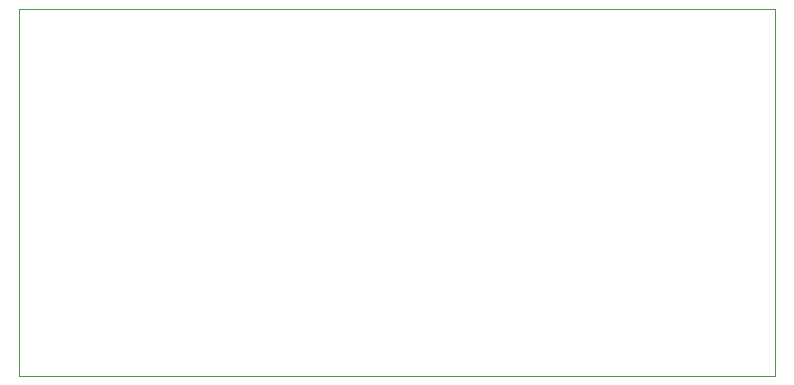
<source format=gbr>
%TF.GenerationSoftware,KiCad,Pcbnew,8.0.6*%
%TF.CreationDate,2024-11-24T22:30:02-06:00*%
%TF.ProjectId,CargadorWalkieTalkie,43617267-6164-46f7-9257-616c6b696554,0.0*%
%TF.SameCoordinates,Original*%
%TF.FileFunction,Profile,NP*%
%FSLAX46Y46*%
G04 Gerber Fmt 4.6, Leading zero omitted, Abs format (unit mm)*
G04 Created by KiCad (PCBNEW 8.0.6) date 2024-11-24 22:30:02*
%MOMM*%
%LPD*%
G01*
G04 APERTURE LIST*
%TA.AperFunction,Profile*%
%ADD10C,0.050000*%
%TD*%
G04 APERTURE END LIST*
D10*
X91000000Y-75500000D02*
X155000000Y-75500000D01*
X155000000Y-106500000D01*
X91000000Y-106500000D01*
X91000000Y-75500000D01*
M02*

</source>
